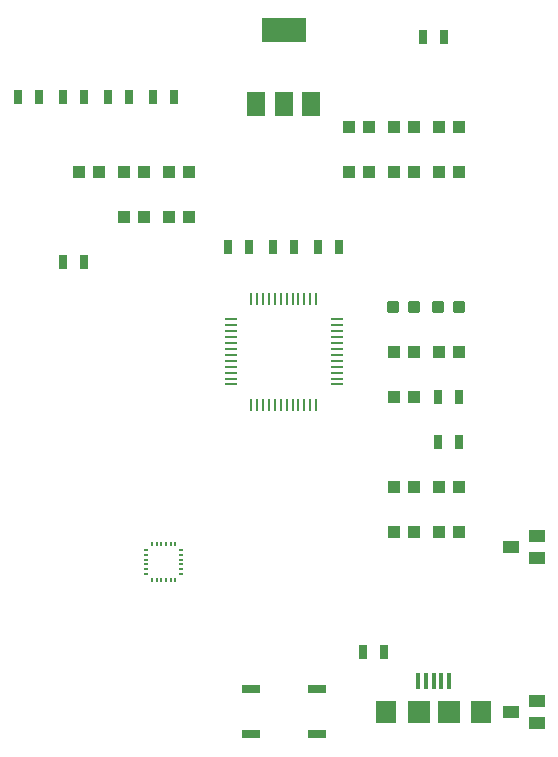
<source format=gtp>
G75*
%MOIN*%
%OFA0B0*%
%FSLAX25Y25*%
%IPPOS*%
%LPD*%
%AMOC8*
5,1,8,0,0,1.08239X$1,22.5*
%
%ADD10R,0.04331X0.03937*%
%ADD11R,0.03150X0.04724*%
%ADD12C,0.01181*%
%ADD13R,0.00787X0.03937*%
%ADD14R,0.03937X0.00787*%
%ADD15R,0.01378X0.05512*%
%ADD16R,0.07087X0.07480*%
%ADD17R,0.07480X0.07480*%
%ADD18R,0.05512X0.03937*%
%ADD19R,0.01772X0.00984*%
%ADD20R,0.00984X0.01772*%
%ADD21R,0.05906X0.07874*%
%ADD22R,0.14961X0.07874*%
%ADD23R,0.06000X0.03000*%
D10*
X0167954Y0126300D03*
X0174646Y0126300D03*
X0182954Y0126300D03*
X0189646Y0126300D03*
X0189646Y0141300D03*
X0182954Y0141300D03*
X0174646Y0141300D03*
X0167954Y0141300D03*
X0167954Y0171300D03*
X0174646Y0171300D03*
X0174646Y0186300D03*
X0167954Y0186300D03*
X0182954Y0186300D03*
X0189646Y0186300D03*
X0189646Y0246300D03*
X0182954Y0246300D03*
X0174646Y0246300D03*
X0167954Y0246300D03*
X0159646Y0246300D03*
X0152954Y0246300D03*
X0152954Y0261300D03*
X0159646Y0261300D03*
X0167954Y0261300D03*
X0174646Y0261300D03*
X0182954Y0261300D03*
X0189646Y0261300D03*
X0099646Y0246300D03*
X0092954Y0246300D03*
X0084646Y0246300D03*
X0077954Y0246300D03*
X0069646Y0246300D03*
X0062954Y0246300D03*
X0077954Y0231300D03*
X0084646Y0231300D03*
X0092954Y0231300D03*
X0099646Y0231300D03*
D11*
X0112757Y0221300D03*
X0119843Y0221300D03*
X0127757Y0221300D03*
X0134843Y0221300D03*
X0142757Y0221300D03*
X0149843Y0221300D03*
X0182757Y0171300D03*
X0189843Y0171300D03*
X0189843Y0156300D03*
X0182757Y0156300D03*
X0164843Y0086300D03*
X0157757Y0086300D03*
X0064843Y0216300D03*
X0057757Y0216300D03*
X0057757Y0271300D03*
X0064843Y0271300D03*
X0072757Y0271300D03*
X0079843Y0271300D03*
X0087757Y0271300D03*
X0094843Y0271300D03*
X0049843Y0271300D03*
X0042757Y0271300D03*
X0177757Y0291300D03*
X0184843Y0291300D03*
D12*
X0181469Y0202678D02*
X0181469Y0199922D01*
X0181469Y0202678D02*
X0184225Y0202678D01*
X0184225Y0199922D01*
X0181469Y0199922D01*
X0181469Y0201044D02*
X0184225Y0201044D01*
X0184225Y0202166D02*
X0181469Y0202166D01*
X0173375Y0202678D02*
X0173375Y0199922D01*
X0173375Y0202678D02*
X0176131Y0202678D01*
X0176131Y0199922D01*
X0173375Y0199922D01*
X0173375Y0201044D02*
X0176131Y0201044D01*
X0176131Y0202166D02*
X0173375Y0202166D01*
X0166469Y0202678D02*
X0166469Y0199922D01*
X0166469Y0202678D02*
X0169225Y0202678D01*
X0169225Y0199922D01*
X0166469Y0199922D01*
X0166469Y0201044D02*
X0169225Y0201044D01*
X0169225Y0202166D02*
X0166469Y0202166D01*
X0188375Y0202678D02*
X0188375Y0199922D01*
X0188375Y0202678D02*
X0191131Y0202678D01*
X0191131Y0199922D01*
X0188375Y0199922D01*
X0188375Y0201044D02*
X0191131Y0201044D01*
X0191131Y0202166D02*
X0188375Y0202166D01*
D13*
X0142127Y0204017D03*
X0140158Y0204017D03*
X0138190Y0204017D03*
X0136221Y0204017D03*
X0134253Y0204017D03*
X0132284Y0204017D03*
X0130316Y0204017D03*
X0128347Y0204017D03*
X0126379Y0204017D03*
X0124410Y0204017D03*
X0122442Y0204017D03*
X0120473Y0204017D03*
X0120473Y0168583D03*
X0122442Y0168583D03*
X0124410Y0168583D03*
X0126379Y0168583D03*
X0128347Y0168583D03*
X0130316Y0168583D03*
X0132284Y0168583D03*
X0134253Y0168583D03*
X0136221Y0168583D03*
X0138190Y0168583D03*
X0140158Y0168583D03*
X0142127Y0168583D03*
D14*
X0149017Y0175473D03*
X0149017Y0177442D03*
X0149017Y0179410D03*
X0149017Y0181379D03*
X0149017Y0183347D03*
X0149017Y0185316D03*
X0149017Y0187284D03*
X0149017Y0189253D03*
X0149017Y0191221D03*
X0149017Y0193190D03*
X0149017Y0195158D03*
X0149017Y0197127D03*
X0113583Y0197127D03*
X0113583Y0195158D03*
X0113583Y0193190D03*
X0113583Y0191221D03*
X0113583Y0189253D03*
X0113583Y0187284D03*
X0113583Y0185316D03*
X0113583Y0183347D03*
X0113583Y0181379D03*
X0113583Y0179410D03*
X0113583Y0177442D03*
X0113583Y0175473D03*
D15*
X0176182Y0076733D03*
X0178741Y0076733D03*
X0181300Y0076733D03*
X0183859Y0076733D03*
X0186418Y0076733D03*
D16*
X0197048Y0066300D03*
X0165552Y0066300D03*
D17*
X0176300Y0066300D03*
X0186300Y0066300D03*
D18*
X0206969Y0066300D03*
X0215631Y0062560D03*
X0215631Y0070040D03*
X0215631Y0117560D03*
X0215631Y0125040D03*
X0206969Y0121300D03*
D19*
X0085394Y0112363D03*
X0085394Y0113938D03*
X0085394Y0115513D03*
X0085394Y0117087D03*
X0085394Y0118662D03*
X0085394Y0120237D03*
X0097206Y0120237D03*
X0097206Y0118662D03*
X0097206Y0117087D03*
X0097206Y0115513D03*
X0097206Y0113938D03*
X0097206Y0112363D03*
D20*
X0095237Y0110394D03*
X0093662Y0110394D03*
X0092087Y0110394D03*
X0090513Y0110394D03*
X0088938Y0110394D03*
X0087363Y0110394D03*
X0087363Y0122206D03*
X0088938Y0122206D03*
X0090513Y0122206D03*
X0092087Y0122206D03*
X0093662Y0122206D03*
X0095237Y0122206D03*
D21*
X0122245Y0268898D03*
X0131300Y0268898D03*
X0140355Y0268898D03*
D22*
X0131300Y0293702D03*
D23*
X0120300Y0073800D03*
X0120300Y0058800D03*
X0142300Y0058800D03*
X0142300Y0073800D03*
M02*

</source>
